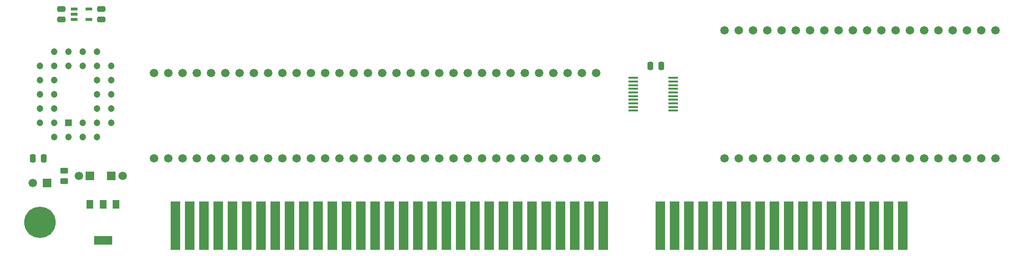
<source format=gts>
%TF.GenerationSoftware,KiCad,Pcbnew,8.0.7*%
%TF.CreationDate,2025-02-09T14:03:05+02:00*%
%TF.ProjectId,Memory Board,4d656d6f-7279-4204-926f-6172642e6b69,V0*%
%TF.SameCoordinates,Original*%
%TF.FileFunction,Soldermask,Top*%
%TF.FilePolarity,Negative*%
%FSLAX46Y46*%
G04 Gerber Fmt 4.6, Leading zero omitted, Abs format (unit mm)*
G04 Created by KiCad (PCBNEW 8.0.7) date 2025-02-09 14:03:05*
%MOMM*%
%LPD*%
G01*
G04 APERTURE LIST*
G04 Aperture macros list*
%AMRoundRect*
0 Rectangle with rounded corners*
0 $1 Rounding radius*
0 $2 $3 $4 $5 $6 $7 $8 $9 X,Y pos of 4 corners*
0 Add a 4 corners polygon primitive as box body*
4,1,4,$2,$3,$4,$5,$6,$7,$8,$9,$2,$3,0*
0 Add four circle primitives for the rounded corners*
1,1,$1+$1,$2,$3*
1,1,$1+$1,$4,$5*
1,1,$1+$1,$6,$7*
1,1,$1+$1,$8,$9*
0 Add four rect primitives between the rounded corners*
20,1,$1+$1,$2,$3,$4,$5,0*
20,1,$1+$1,$4,$5,$6,$7,0*
20,1,$1+$1,$6,$7,$8,$9,0*
20,1,$1+$1,$8,$9,$2,$3,0*%
G04 Aperture macros list end*
%ADD10RoundRect,0.250000X0.250000X0.475000X-0.250000X0.475000X-0.250000X-0.475000X0.250000X-0.475000X0*%
%ADD11RoundRect,0.250000X-0.250000X-0.475000X0.250000X-0.475000X0.250000X0.475000X-0.250000X0.475000X0*%
%ADD12R,1.500000X1.500000*%
%ADD13C,1.500000*%
%ADD14C,5.600000*%
%ADD15R,1.200000X1.200000*%
%ADD16C,1.200000*%
%ADD17R,1.200000X1.500000*%
%ADD18R,3.300000X1.500000*%
%ADD19RoundRect,0.250000X-0.475000X0.250000X-0.475000X-0.250000X0.475000X-0.250000X0.475000X0.250000X0*%
%ADD20R,1.150000X0.600000*%
%ADD21R,1.780000X8.620000*%
%ADD22R,1.800000X0.450000*%
%ADD23RoundRect,0.250000X0.450000X-0.262500X0.450000X0.262500X-0.450000X0.262500X-0.450000X-0.262500X0*%
G04 APERTURE END LIST*
D10*
%TO.C,C5*%
X86482000Y29210000D03*
X84582000Y29210000D03*
%TD*%
D11*
%TO.C,C9*%
X-25400000Y12700000D03*
X-23500000Y12700000D03*
%TD*%
D12*
%TO.C,C4*%
X-15240000Y9525000D03*
D13*
X-17240000Y9525000D03*
%TD*%
D14*
%TO.C,H10*%
X-24130000Y1270000D03*
%TD*%
D12*
%TO.C,LED1*%
X-22860000Y8255000D03*
D13*
X-25400000Y8255000D03*
%TD*%
D15*
%TO.C,IC5*%
X-19050000Y19050000D03*
D16*
X-16510000Y16510000D03*
X-16510000Y19050000D03*
X-13970000Y16510000D03*
X-11430000Y19050000D03*
X-13970000Y19050000D03*
X-11430000Y21590000D03*
X-13970000Y21590000D03*
X-11430000Y24130000D03*
X-13970000Y24130000D03*
X-11430000Y26670000D03*
X-13970000Y26670000D03*
X-11430000Y29210000D03*
X-13970000Y31750000D03*
X-13970000Y29210000D03*
X-16510000Y31750000D03*
X-16510000Y29210000D03*
X-19050000Y31750000D03*
X-19050000Y29210000D03*
X-21590000Y31750000D03*
X-24130000Y29210000D03*
X-21590000Y29210000D03*
X-24130000Y26670000D03*
X-21590000Y26670000D03*
X-24130000Y24130000D03*
X-21590000Y24130000D03*
X-24130000Y21590000D03*
X-21590000Y21590000D03*
X-24130000Y19050000D03*
X-21590000Y16510000D03*
X-21590000Y19050000D03*
X-19050000Y16510000D03*
%TD*%
D12*
%TO.C,C3*%
X-11430000Y9525000D03*
D13*
X-9430000Y9525000D03*
%TD*%
D17*
%TO.C,IC3*%
X-10640000Y4470000D03*
X-12940000Y4470000D03*
X-15240000Y4470000D03*
D18*
X-12940000Y-1930000D03*
%TD*%
D19*
%TO.C,C2*%
X-13208000Y39370000D03*
X-13208000Y37470000D03*
%TD*%
D13*
%TO.C,B2*%
X97790000Y12700000D03*
X100330000Y12700000D03*
X102870000Y12700000D03*
X105410000Y12700000D03*
X107950000Y12700000D03*
X110490000Y12700000D03*
X113030000Y12700000D03*
X115570000Y12700000D03*
X118110000Y12700000D03*
X120650000Y12700000D03*
X123190000Y12700000D03*
X125730000Y12700000D03*
X128270000Y12700000D03*
X130810000Y12700000D03*
X133350000Y12700000D03*
X135890000Y12700000D03*
X138430000Y12700000D03*
X140970000Y12700000D03*
X143510000Y12700000D03*
X146050000Y12700000D03*
X146050000Y35560000D03*
X143510000Y35560000D03*
X140970000Y35560000D03*
X138430000Y35560000D03*
X135890000Y35560000D03*
X133350000Y35560000D03*
X130810000Y35560000D03*
X128270000Y35560000D03*
X125730000Y35560000D03*
X123190000Y35560000D03*
X120650000Y35560000D03*
X118110000Y35560000D03*
X115570000Y35560000D03*
X113030000Y35560000D03*
X110490000Y35560000D03*
X107950000Y35560000D03*
X105410000Y35560000D03*
X102870000Y35560000D03*
X100330000Y35560000D03*
X97790000Y35560000D03*
%TD*%
D20*
%TO.C,IC1*%
X-18064000Y39386000D03*
X-18064000Y38436000D03*
X-18064000Y37486000D03*
X-15464000Y37486000D03*
X-15464000Y39386000D03*
%TD*%
D21*
%TO.C,J1*%
X-50800Y635000D03*
X2489200Y635000D03*
X5029200Y635000D03*
X7569200Y635000D03*
X10109200Y635000D03*
X12649200Y635000D03*
X15189200Y635000D03*
X17729200Y635000D03*
X20269200Y635000D03*
X22809200Y635000D03*
X25349200Y635000D03*
X27889200Y635000D03*
X30429200Y635000D03*
X32969200Y635000D03*
X35509200Y635000D03*
X38049200Y635000D03*
X40589200Y635000D03*
X43129200Y635000D03*
X45669200Y635000D03*
X48209200Y635000D03*
X50749200Y635000D03*
X53289200Y635000D03*
X55829200Y635000D03*
X58369200Y635000D03*
X60909200Y635000D03*
X63449200Y635000D03*
X65989200Y635000D03*
X68529200Y635000D03*
X71069200Y635000D03*
X73609200Y635000D03*
X76149200Y635000D03*
X86309200Y635000D03*
X88849200Y635000D03*
X91389200Y635000D03*
X93929200Y635000D03*
X96469200Y635000D03*
X99009200Y635000D03*
X101549200Y635000D03*
X104089200Y635000D03*
X106629200Y635000D03*
X109169200Y635000D03*
X111709200Y635000D03*
X114249200Y635000D03*
X116789200Y635000D03*
X119329200Y635000D03*
X121869200Y635000D03*
X124409200Y635000D03*
X126949200Y635000D03*
X129489200Y635000D03*
%TD*%
D22*
%TO.C,IC2*%
X81540000Y27055000D03*
X81540000Y26405000D03*
X81540000Y25755000D03*
X81540000Y25105000D03*
X81540000Y24455000D03*
X81540000Y23805000D03*
X81540000Y23155000D03*
X81540000Y22505000D03*
X81540000Y21855000D03*
X81540000Y21205000D03*
X88640000Y21205000D03*
X88640000Y21855000D03*
X88640000Y22505000D03*
X88640000Y23155000D03*
X88640000Y23805000D03*
X88640000Y24455000D03*
X88640000Y25105000D03*
X88640000Y25755000D03*
X88640000Y26405000D03*
X88640000Y27055000D03*
%TD*%
D13*
%TO.C,B1*%
X-3810000Y12700000D03*
X-1270000Y12700000D03*
X1270000Y12700000D03*
X3810000Y12700000D03*
X6350000Y12700000D03*
X8890000Y12700000D03*
X11430000Y12700000D03*
X13970000Y12700000D03*
X16510000Y12700000D03*
X19050000Y12700000D03*
X21590000Y12700000D03*
X24130000Y12700000D03*
X26670000Y12700000D03*
X29210000Y12700000D03*
X31750000Y12700000D03*
X34290000Y12700000D03*
X36830000Y12700000D03*
X39370000Y12700000D03*
X41910000Y12700000D03*
X44450000Y12700000D03*
X46990000Y12700000D03*
X49530000Y12700000D03*
X52070000Y12700000D03*
X54610000Y12700000D03*
X57150000Y12700000D03*
X59690000Y12700000D03*
X62230000Y12700000D03*
X64770000Y12700000D03*
X67310000Y12700000D03*
X69850000Y12700000D03*
X72390000Y12700000D03*
X74930000Y12700000D03*
X74930000Y27940000D03*
X72390000Y27940000D03*
X69850000Y27940000D03*
X67310000Y27940000D03*
X64770000Y27940000D03*
X62230000Y27940000D03*
X59690000Y27940000D03*
X57150000Y27940000D03*
X54610000Y27940000D03*
X52070000Y27940000D03*
X49530000Y27940000D03*
X46990000Y27940000D03*
X44450000Y27940000D03*
X41910000Y27940000D03*
X39370000Y27940000D03*
X36830000Y27940000D03*
X34290000Y27940000D03*
X31750000Y27940000D03*
X29210000Y27940000D03*
X26670000Y27940000D03*
X24130000Y27940000D03*
X21590000Y27940000D03*
X19050000Y27940000D03*
X16510000Y27940000D03*
X13970000Y27940000D03*
X11430000Y27940000D03*
X8890000Y27940000D03*
X6350000Y27940000D03*
X3810000Y27940000D03*
X1270000Y27940000D03*
X-1270000Y27940000D03*
X-3810000Y27940000D03*
%TD*%
D19*
%TO.C,C1*%
X-20320000Y39370000D03*
X-20320000Y37470000D03*
%TD*%
D23*
%TO.C,R3*%
X-19822000Y8612500D03*
X-19822000Y10437500D03*
%TD*%
M02*

</source>
